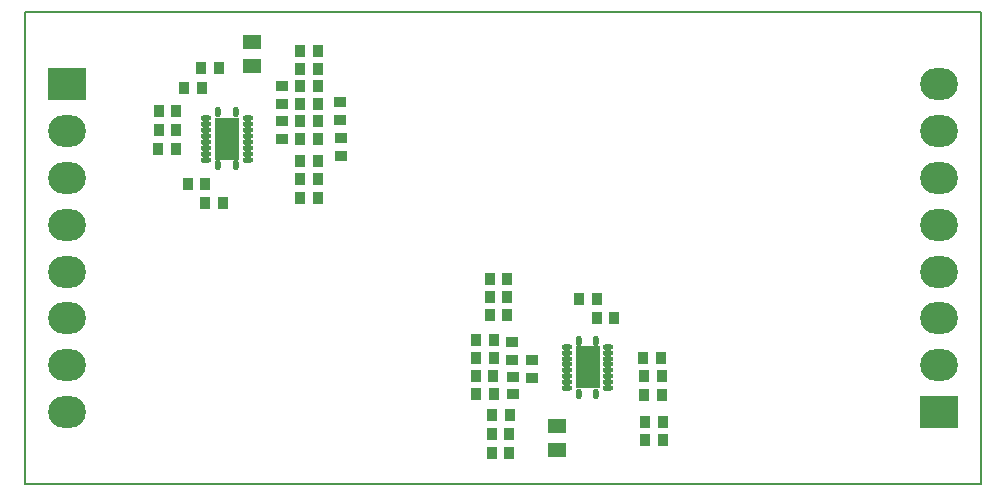
<source format=gbs>
%FSLAX25Y25*%
%MOIN*%
G70*
G01*
G75*
G04 Layer_Color=16711935*
%ADD10R,0.10630X0.03937*%
%ADD11R,0.02126X0.03543*%
%ADD12R,0.06299X0.01969*%
%ADD13R,0.07874X0.14410*%
%ADD14R,0.09843X0.14410*%
%ADD15R,0.25590X0.07559*%
%ADD16R,0.03543X0.02126*%
%ADD17R,0.01969X0.06299*%
%ADD18R,0.14410X0.07874*%
%ADD19R,0.14410X0.09843*%
%ADD20R,0.48504X0.15354*%
%ADD21C,0.00800*%
%ADD22R,0.19863X0.06977*%
%ADD23R,0.06180X0.93198*%
%ADD24R,0.45000X0.11900*%
%ADD25R,0.14563X0.09851*%
%ADD26R,0.30545X0.09475*%
%ADD27R,0.84414X0.11700*%
%ADD28R,0.46600X0.09300*%
%ADD29R,0.07500X0.15800*%
%ADD30R,0.07871X0.17200*%
%ADD31C,0.00500*%
%ADD32O,0.11811X0.09843*%
%ADD33R,0.11811X0.09843*%
%ADD34C,0.04000*%
%ADD35C,0.03000*%
%ADD36C,0.02000*%
%ADD37C,0.05000*%
%ADD38R,0.02756X0.03347*%
%ADD39R,0.03347X0.02756*%
%ADD40R,0.05118X0.03937*%
%ADD41O,0.02756X0.01181*%
%ADD42O,0.01181X0.02756*%
%ADD43R,0.07087X0.13386*%
%ADD44R,0.05000X0.94000*%
%ADD45R,0.16800X0.04300*%
%ADD46R,0.02620X0.27359*%
%ADD47R,0.02295X0.26700*%
%ADD48C,0.01000*%
%ADD49R,0.82400X0.16100*%
%ADD50R,0.11430X0.04737*%
%ADD51R,0.02926X0.04343*%
%ADD52R,0.07099X0.02769*%
%ADD53R,0.08674X0.15210*%
%ADD54R,0.10642X0.15210*%
%ADD55R,0.26391X0.08359*%
%ADD56R,0.04343X0.02926*%
%ADD57R,0.02769X0.07099*%
%ADD58R,0.15210X0.08674*%
%ADD59R,0.15210X0.10642*%
%ADD60R,0.49304X0.16154*%
%ADD61O,0.12611X0.10642*%
%ADD62R,0.12611X0.10642*%
%ADD63R,0.03556X0.04147*%
%ADD64R,0.04147X0.03556*%
%ADD65R,0.05918X0.04737*%
%ADD66O,0.03556X0.01981*%
%ADD67O,0.01981X0.03556*%
%ADD68R,0.07887X0.14186*%
D31*
X0Y-157480D02*
Y0D01*
Y-157480D02*
X318898D01*
Y0D01*
X0D02*
X318898D01*
D61*
X304724Y-117717D02*
D03*
Y-102126D02*
D03*
Y-70945D02*
D03*
Y-86535D02*
D03*
Y-24173D02*
D03*
Y-39764D02*
D03*
Y-55354D02*
D03*
X14173Y-102126D02*
D03*
Y-117717D02*
D03*
Y-133307D02*
D03*
Y-70945D02*
D03*
Y-86536D02*
D03*
Y-55354D02*
D03*
Y-39764D02*
D03*
D62*
X304724Y-133307D02*
D03*
X14173Y-24173D02*
D03*
D63*
X44626Y-33000D02*
D03*
X50532D02*
D03*
X64826Y-18600D02*
D03*
X58921D02*
D03*
X66126Y-63700D02*
D03*
X60220D02*
D03*
X50426Y-45700D02*
D03*
X44521D02*
D03*
X91921Y-36440D02*
D03*
X97826D02*
D03*
Y-30580D02*
D03*
X91921D02*
D03*
X97632Y-49800D02*
D03*
X91726D02*
D03*
X50532Y-39200D02*
D03*
X44626D02*
D03*
X59031Y-25500D02*
D03*
X53126D02*
D03*
X60232Y-57200D02*
D03*
X54326D02*
D03*
X97737Y-55800D02*
D03*
X91831D02*
D03*
X91921Y-42300D02*
D03*
X97826D02*
D03*
X97737Y-62100D02*
D03*
X91831D02*
D03*
X91921Y-24720D02*
D03*
X97826D02*
D03*
X91921Y-18860D02*
D03*
X97826D02*
D03*
X91921Y-13000D02*
D03*
X97826D02*
D03*
X161726Y-134294D02*
D03*
X155821D02*
D03*
X156300Y-127400D02*
D03*
X150394D02*
D03*
X155000Y-89100D02*
D03*
X160906D02*
D03*
X150320Y-121194D02*
D03*
X156226D02*
D03*
X155020Y-94994D02*
D03*
X160926D02*
D03*
X156306Y-115200D02*
D03*
X150400D02*
D03*
X156306Y-109300D02*
D03*
X150400D02*
D03*
X161531Y-140694D02*
D03*
X155626D02*
D03*
X161531Y-146894D02*
D03*
X155626D02*
D03*
X155020Y-100994D02*
D03*
X160926D02*
D03*
X212426Y-127594D02*
D03*
X206521D02*
D03*
X212726Y-142794D02*
D03*
X206821D02*
D03*
X206583Y-121472D02*
D03*
X212488D02*
D03*
X206720Y-136594D02*
D03*
X212626D02*
D03*
X206026Y-115494D02*
D03*
X211931D02*
D03*
X184726Y-95594D02*
D03*
X190631D02*
D03*
X190621Y-102094D02*
D03*
X196526D02*
D03*
D64*
X85600Y-36400D02*
D03*
Y-42305D02*
D03*
Y-30600D02*
D03*
Y-24694D02*
D03*
X105300Y-48006D02*
D03*
Y-42100D02*
D03*
X105100Y-35906D02*
D03*
Y-30000D02*
D03*
X162626Y-127494D02*
D03*
Y-121588D02*
D03*
X162526Y-115994D02*
D03*
Y-110088D02*
D03*
X169026Y-121899D02*
D03*
Y-115994D02*
D03*
D65*
X75726Y-18000D02*
D03*
Y-10126D02*
D03*
X177326Y-137994D02*
D03*
Y-145868D02*
D03*
D66*
X74316Y-35410D02*
D03*
Y-37379D02*
D03*
Y-39347D02*
D03*
Y-41316D02*
D03*
Y-43284D02*
D03*
Y-45253D02*
D03*
Y-47221D02*
D03*
Y-49190D02*
D03*
X60536D02*
D03*
Y-47221D02*
D03*
Y-45253D02*
D03*
Y-43284D02*
D03*
Y-41316D02*
D03*
Y-39347D02*
D03*
Y-37379D02*
D03*
Y-35410D02*
D03*
X180736Y-125383D02*
D03*
Y-123415D02*
D03*
Y-121447D02*
D03*
Y-119478D02*
D03*
Y-117509D02*
D03*
Y-115541D02*
D03*
Y-113572D02*
D03*
Y-111604D02*
D03*
X194516D02*
D03*
Y-113572D02*
D03*
Y-115541D02*
D03*
Y-117509D02*
D03*
Y-119478D02*
D03*
Y-121447D02*
D03*
Y-123415D02*
D03*
Y-125383D02*
D03*
D67*
X70379Y-51158D02*
D03*
X64473D02*
D03*
Y-33442D02*
D03*
X70379D02*
D03*
X184673Y-109635D02*
D03*
X190579D02*
D03*
Y-127352D02*
D03*
X184673D02*
D03*
D68*
X67426Y-42300D02*
D03*
X187626Y-118494D02*
D03*
M02*

</source>
